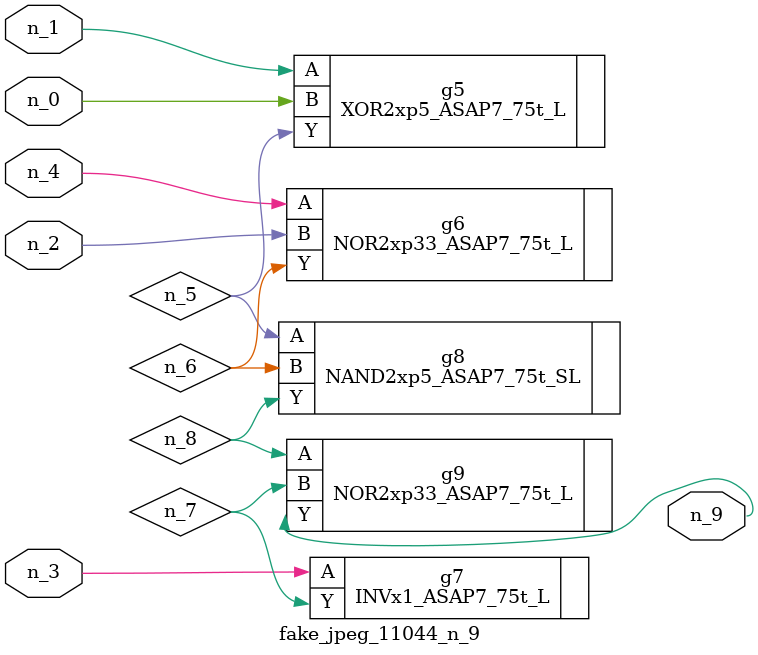
<source format=v>
module fake_jpeg_11044_n_9 (n_3, n_2, n_1, n_0, n_4, n_9);

input n_3;
input n_2;
input n_1;
input n_0;
input n_4;

output n_9;

wire n_8;
wire n_6;
wire n_5;
wire n_7;

XOR2xp5_ASAP7_75t_L g5 ( 
.A(n_1),
.B(n_0),
.Y(n_5)
);

NOR2xp33_ASAP7_75t_L g6 ( 
.A(n_4),
.B(n_2),
.Y(n_6)
);

INVx1_ASAP7_75t_L g7 ( 
.A(n_3),
.Y(n_7)
);

NAND2xp5_ASAP7_75t_SL g8 ( 
.A(n_5),
.B(n_6),
.Y(n_8)
);

NOR2xp33_ASAP7_75t_L g9 ( 
.A(n_8),
.B(n_7),
.Y(n_9)
);


endmodule
</source>
